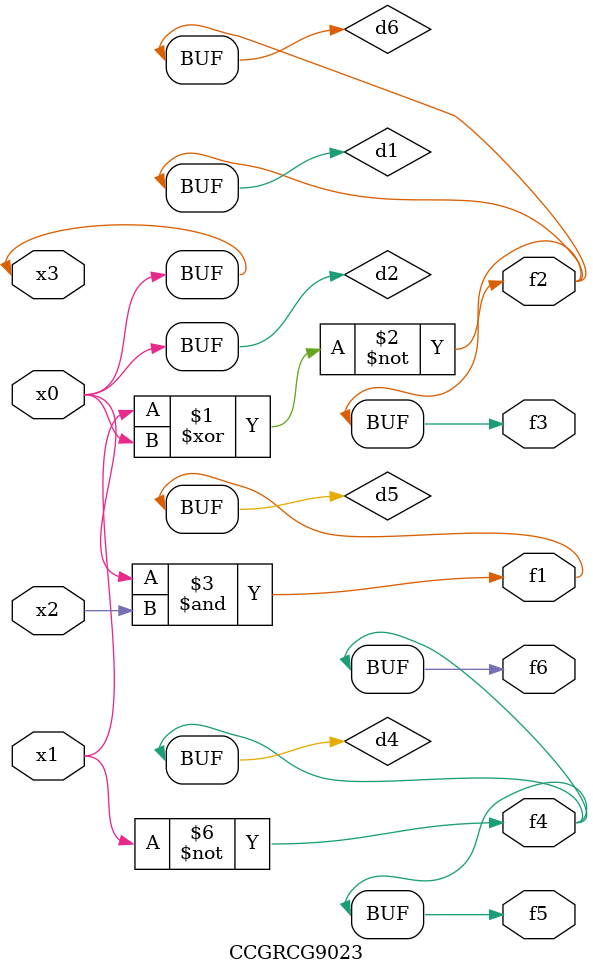
<source format=v>
module CCGRCG9023(
	input x0, x1, x2, x3,
	output f1, f2, f3, f4, f5, f6
);

	wire d1, d2, d3, d4, d5, d6;

	xnor (d1, x1, x3);
	buf (d2, x0, x3);
	nand (d3, x0, x2);
	not (d4, x1);
	nand (d5, d3);
	or (d6, d1);
	assign f1 = d5;
	assign f2 = d6;
	assign f3 = d6;
	assign f4 = d4;
	assign f5 = d4;
	assign f6 = d4;
endmodule

</source>
